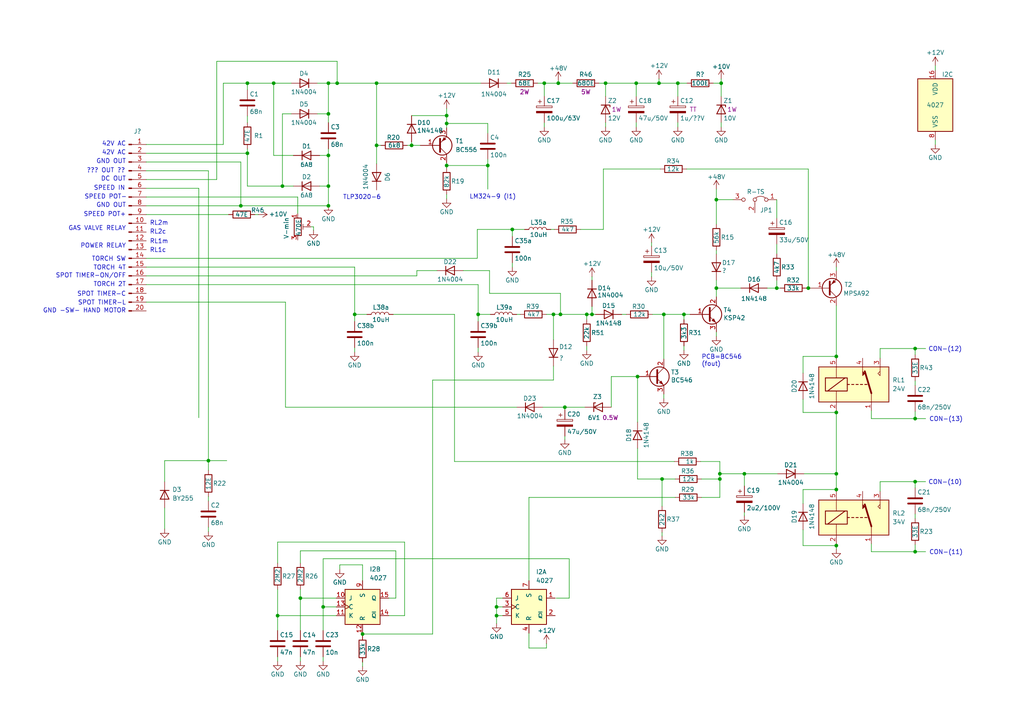
<source format=kicad_sch>
(kicad_sch (version 20211123) (generator eeschema)
  (paper "A4")
  (title_block (title "RE419 welding control board") (date "2025-09-28") (rev "D"))
  (lib_symbols
    (symbol "4xxx:4027" (pin_names (offset 1.016))
      (property "Reference" "U" (at -7.62 8.89 0))
      (property "Value" "4027" (at -7.62 -8.89 0))
      (symbol "4027_1_1"
        (pin output line (at 7.62 2.54 180) (length 2.54) (name "Q") (number "1"))
        (pin output line (at 7.62 -2.54 180) (length 2.54) (name "~{Q}") (number "2"))
        (pin input clock (at -7.62 0 0) (length 2.54) (name "C") (number "3"))
        (pin input line (at 0 -7.62 90) (length 2.54) (name "R") (number "4"))
        (pin input line (at -7.62 -2.54 0) (length 2.54) (name "K") (number "5"))
        (pin input line (at -7.62 2.54 0) (length 2.54) (name "J") (number "6"))
        (pin input line (at 0 7.62 270) (length 2.54) (name "S") (number "7"))
      )
      (symbol "4027_2_1"
        (pin input line (at -7.62 2.54 0) (length 2.54) (name "J") (number "10"))
        (pin input line (at -7.62 -2.54 0) (length 2.54) (name "K") (number "11"))
        (pin input line (at 0 -7.62 90) (length 2.54) (name "R") (number "12"))
        (pin input clock (at -7.62 0 0) (length 2.54) (name "C") (number "13"))
        (pin output line (at 7.62 -2.54 180) (length 2.54) (name "~{Q}") (number "14"))
        (pin output line (at 7.62 2.54 180) (length 2.54) (name "Q") (number "15"))
        (pin input line (at 0 7.62 270) (length 2.54) (name "S") (number "9"))
      )
      (symbol "4027_3_0"
        (pin power_in line (at 0 10.16 270) (length 2.54) (name "VDD") (number "16"))
        (pin power_in line (at 0 -10.16 90) (length 2.54) (name "VSS") (number "8"))
      )
    )
    (symbol "Connector:Conn_01x20_Male" (pin_names (offset 1.016) hide)
      (property "Reference" "J" (at 0 25.4 0))
      (property "Value" "Conn_01x20_Male" (at 0 -27.94 0))
      (symbol "Conn_01x20_Male_1_1"
        (pin passive line (at 5.08 22.86 180) (length 3.81) (name "Pin_1") (number "1"))
        (pin passive line (at 5.08 0 180) (length 3.81) (name "Pin_10") (number "10"))
        (pin passive line (at 5.08 -2.54 180) (length 3.81) (name "Pin_11") (number "11"))
        (pin passive line (at 5.08 -5.08 180) (length 3.81) (name "Pin_12") (number "12"))
        (pin passive line (at 5.08 -7.62 180) (length 3.81) (name "Pin_13") (number "13"))
        (pin passive line (at 5.08 -10.16 180) (length 3.81) (name "Pin_14") (number "14"))
        (pin passive line (at 5.08 -12.7 180) (length 3.81) (name "Pin_15") (number "15"))
        (pin passive line (at 5.08 -15.24 180) (length 3.81) (name "Pin_16") (number "16"))
        (pin passive line (at 5.08 -17.78 180) (length 3.81) (name "Pin_17") (number "17"))
        (pin passive line (at 5.08 -20.32 180) (length 3.81) (name "Pin_18") (number "18"))
        (pin passive line (at 5.08 -22.86 180) (length 3.81) (name "Pin_19") (number "19"))
        (pin passive line (at 5.08 20.32 180) (length 3.81) (name "Pin_2") (number "2"))
        (pin passive line (at 5.08 -25.4 180) (length 3.81) (name "Pin_20") (number "20"))
        (pin passive line (at 5.08 17.78 180) (length 3.81) (name "Pin_3") (number "3"))
        (pin passive line (at 5.08 15.24 180) (length 3.81) (name "Pin_4") (number "4"))
        (pin passive line (at 5.08 12.7 180) (length 3.81) (name "Pin_5") (number "5"))
        (pin passive line (at 5.08 10.16 180) (length 3.81) (name "Pin_6") (number "6"))
        (pin passive line (at 5.08 7.62 180) (length 3.81) (name "Pin_7") (number "7"))
        (pin passive line (at 5.08 5.08 180) (length 3.81) (name "Pin_8") (number "8"))
        (pin passive line (at 5.08 2.54 180) (length 3.81) (name "Pin_9") (number "9"))
      )
    )
    (symbol "Device:C" (pin_numbers hide) (pin_names (offset 0.254))
      (property "Reference" "C" (at 0.635 2.54 0))
      (property "Value" "C" (at 0.635 -2.54 0))
      (symbol "C_1_1"
        (pin passive line (at 0 3.81 270) (length 2.794) (name "~") (number "1"))
        (pin passive line (at 0 -3.81 90) (length 2.794) (name "~") (number "2"))
      )
    )
    (symbol "Device:C_Polarized" (pin_numbers hide) (pin_names (offset 0.254))
      (property "Reference" "C" (at 0.635 2.54 0))
      (property "Value" "C_Polarized" (at 0.635 -2.54 0))
      (symbol "C_Polarized_1_1"
        (pin passive line (at 0 3.81 270) (length 2.794) (name "~") (number "1"))
        (pin passive line (at 0 -3.81 90) (length 2.794) (name "~") (number "2"))
      )
    )
    (symbol "Device:D" (pin_numbers hide) (pin_names (offset 1.016) hide)
      (property "Reference" "D" (at 0 2.54 0))
      (property "Value" "D" (at 0 -2.54 0))
      (symbol "D_1_1"
        (pin passive line (at -3.81 0 0) (length 2.54) (name "K") (number "1"))
        (pin passive line (at 3.81 0 180) (length 2.54) (name "A") (number "2"))
      )
    )
    (symbol "Device:D_Zener" (pin_numbers hide) (pin_names (offset 1.016) hide)
      (property "Reference" "D" (at 0 2.54 0))
      (property "Value" "D_Zener" (at 0 -2.54 0))
      (symbol "D_Zener_1_1"
        (pin passive line (at -3.81 0 0) (length 2.54) (name "K") (number "1"))
        (pin passive line (at 3.81 0 180) (length 2.54) (name "A") (number "2"))
      )
    )
    (symbol "Device:L" (pin_numbers hide) (pin_names (offset 1.016) hide)
      (property "Reference" "L" (at -1.27 0 90))
      (property "Value" "L" (at 1.905 0 90))
      (symbol "L_1_1"
        (pin passive line (at 0 3.81 270) (length 1.27) (name "1") (number "1"))
        (pin passive line (at 0 -3.81 90) (length 1.27) (name "2") (number "2"))
      )
    )
    (symbol "Device:Q_NPN_BCE" (pin_names (offset 0) hide)
      (property "Reference" "Q" (at 5.08 1.27 0))
      (property "Value" "Q_NPN_BCE" (at 5.08 -1.27 0))
      (symbol "Q_NPN_BCE_1_1"
        (pin input line (at -5.08 0 0) (length 5.715) (name "B") (number "1"))
        (pin passive line (at 2.54 5.08 270) (length 2.54) (name "C") (number "2"))
        (pin passive line (at 2.54 -5.08 90) (length 2.54) (name "E") (number "3"))
      )
    )
    (symbol "Device:Q_PNP_BCE" (pin_names (offset 0) hide)
      (property "Reference" "Q" (at 5.08 1.27 0))
      (property "Value" "Q_PNP_BCE" (at 5.08 -1.27 0))
      (symbol "Q_PNP_BCE_1_1"
        (pin input line (at -5.08 0 0) (length 5.715) (name "B") (number "1"))
        (pin passive line (at 2.54 5.08 270) (length 2.54) (name "C") (number "2"))
        (pin passive line (at 2.54 -5.08 90) (length 2.54) (name "E") (number "3"))
      )
    )
    (symbol "Device:R" (pin_numbers hide) (pin_names (offset 0))
      (property "Reference" "R" (at 2.032 0 90))
      (property "Value" "R" (at 0 0 90))
      (symbol "R_1_1"
        (pin passive line (at 0 3.81 270) (length 1.27) (name "~") (number "1"))
        (pin passive line (at 0 -3.81 90) (length 1.27) (name "~") (number "2"))
      )
    )
    (symbol "Device:R_Potentiometer_Trim" (pin_names (offset 1.016) hide)
      (property "Reference" "RV" (at -4.445 0 90))
      (property "Value" "R_Potentiometer_Trim" (at -2.54 0 90))
      (symbol "R_Potentiometer_Trim_1_1"
        (pin passive line (at 0 3.81 270) (length 1.27) (name "1") (number "1"))
        (pin passive line (at 3.81 0 180) (length 1.27) (name "2") (number "2"))
        (pin passive line (at 0 -3.81 90) (length 1.27) (name "3") (number "3"))
      )
    )
    (symbol "Jumper:Jumper_3_Bridged12" (pin_names (offset 0) hide)
      (property "Reference" "JP" (at -2.54 -2.54 0))
      (property "Value" "Jumper_3_Bridged12" (at 0 2.794 0))
      (symbol "Jumper_3_Bridged12_1_1"
        (pin passive line (at -6.35 0 0) (length 2.54) (name "A") (number "1"))
        (pin passive line (at 0 -3.81 90) (length 2.54) (name "C") (number "2"))
        (pin passive line (at 6.35 0 180) (length 2.54) (name "B") (number "3"))
      )
    )
    (symbol "Relay:SANYOU_SRD_Form_C"
      (property "Reference" "K" (at 11.43 3.81 0))
      (property "Value" "SANYOU_SRD_Form_C" (at 11.43 1.27 0))
      (symbol "SANYOU_SRD_Form_C_1_1"
        (pin passive line (at 5.08 -7.62 90) (length 2.54) (name "~") (number "1"))
        (pin passive line (at -5.08 -7.62 90) (length 2.54) (name "~") (number "2"))
        (pin passive line (at 7.62 7.62 270) (length 2.54) (name "~") (number "3"))
        (pin passive line (at 2.54 7.62 270) (length 2.54) (name "~") (number "4"))
        (pin passive line (at -5.08 7.62 270) (length 2.54) (name "~") (number "5"))
      )
    )
    (symbol "power:+10V" (power) (pin_names (offset 0))
      (property "Value" "+10V" (at 0 3.556 0))
      (symbol "+10V_1_1"
        (pin power_in line (at 0 0 90) (length 0) hide (name "+10V") (number "1"))
      )
    )
    (symbol "power:+12V" (power) (pin_names (offset 0))
      (property "Value" "+12V" (at 0 3.556 0))
      (symbol "+12V_1_1"
        (pin power_in line (at 0 0 90) (length 0) hide (name "+12V") (number "1"))
      )
    )
    (symbol "power:+48V" (power) (pin_names (offset 0))
      (property "Value" "+48V" (at 0 3.556 0))
      (symbol "+48V_1_1"
        (pin power_in line (at 0 0 90) (length 0) hide (name "+48V") (number "1"))
      )
    )
    (symbol "power:GND" (power) (pin_names (offset 0))
      (property "Value" "GND" (at 0 -3.81 0))
      (symbol "GND_1_1"
        (pin power_in line (at 0 0 270) (length 0) hide (name "GND") (number "1"))
      )
    )
  )
  (junction (at 170.18 91.186))
  (junction (at 215.9 137.414))
  (junction (at 171.704 91.186))
  (junction (at 95.25 59.69))
  (junction (at 93.726 176.022))
  (junction (at 87.122 173.482))
  (junction (at 191.135 24.13))
  (junction (at 160.528 91.186))
  (junction (at 207.772 83.566))
  (junction (at 71.755 44.45))
  (junction (at 95.25 53.975))
  (junction (at 95.25 45.085))
  (junction (at 79.375 24.13))
  (junction (at 102.87 91.186))
  (junction (at 192.532 91.186))
  (junction (at 175.641 24.13))
  (junction (at 109.22 24.13))
  (junction (at 148.59 66.548))
  (junction (at 209.169 24.13))
  (junction (at 265.43 101.092))
  (junction (at 192.024 138.938))
  (junction (at 144.018 178.562))
  (junction (at 97.79 24.13))
  (junction (at 71.755 24.13))
  (junction (at 265.43 160.02))
  (junction (at 69.85 59.69))
  (junction (at 109.22 42.164))
  (junction (at 161.925 24.13))
  (junction (at 105.156 183.896))
  (junction (at 184.531 24.13))
  (junction (at 80.518 178.562))
  (junction (at 207.772 57.912))
  (junction (at 95.25 24.13))
  (junction (at 196.596 24.13))
  (junction (at 162.56 91.186))
  (junction (at 265.43 121.412))
  (junction (at 208.788 138.938))
  (junction (at 234.442 83.566))
  (junction (at 265.43 139.7))
  (junction (at 242.57 119.634))
  (junction (at 138.684 91.186))
  (junction (at 225.298 83.566))
  (junction (at 242.57 141.986))
  (junction (at 119.38 42.164))
  (junction (at 242.57 137.414))
  (junction (at 184.912 109.22))
  (junction (at 60.452 133.604))
  (junction (at 163.83 118.11))
  (junction (at 81.915 53.975))
  (junction (at 144.018 176.022))
  (junction (at 129.54 33.528))
  (junction (at 208.788 137.414))
  (junction (at 129.54 48.006))
  (junction (at 242.57 103.378))
  (junction (at 95.25 33.02))
  (junction (at 242.57 158.242))
  (junction (at 141.478 48.006))
  (junction (at 157.861 24.13))
  (junction (at 198.374 91.186))
  (junction (at 129.54 35.814))
  (wire (pts (xy 90.932 65.786) (xy 90.932 66.802)))
  (wire (pts (xy 87.122 173.482) (xy 87.122 182.88)))
  (wire (pts (xy 203.454 144.272) (xy 208.788 144.272)))
  (wire (pts (xy 207.772 57.912) (xy 212.598 57.912)))
  (wire (pts (xy 153.416 144.272) (xy 153.416 168.402)))
  (wire (pts (xy 98.552 163.83) (xy 98.552 165.1)))
  (wire (pts (xy 64.77 24.13) (xy 64.77 41.91)))
  (wire (pts (xy 207.772 57.912) (xy 207.772 65.024)))
  (wire (pts (xy 141.478 46.228) (xy 141.478 48.006)))
  (wire (pts (xy 87.122 159.766) (xy 87.122 163.322)))
  (wire (pts (xy 102.87 91.186) (xy 102.87 93.218)))
  (wire (pts (xy 119.38 33.528) (xy 129.54 33.528)))
  (wire (pts (xy 242.57 88.646) (xy 242.57 103.378)))
  (wire (pts (xy 160.528 106.172) (xy 160.528 110.236)))
  (wire (pts (xy 141.986 78.486) (xy 134.366 78.486)))
  (wire (pts (xy 242.57 77.47) (xy 242.57 78.486)))
  (wire (pts (xy 203.2 133.858) (xy 208.788 133.858)))
  (wire (pts (xy 265.43 110.49) (xy 265.43 111.76)))
  (wire (pts (xy 42.418 44.45) (xy 71.755 44.45)))
  (wire (pts (xy 232.918 115.824) (xy 232.918 119.634)))
  (wire (pts (xy 242.57 119.634) (xy 242.57 137.414)))
  (wire (pts (xy 184.912 109.22) (xy 177.292 109.22)))
  (wire (pts (xy 225.298 83.566) (xy 226.314 83.566)))
  (wire (pts (xy 157.861 24.13) (xy 161.925 24.13)))
  (wire (pts (xy 207.772 54.864) (xy 207.772 57.912)))
  (wire (pts (xy 129.54 47.244) (xy 129.54 48.006)))
  (wire (pts (xy 80.518 190.5) (xy 80.518 191.77)))
  (wire (pts (xy 109.22 42.164) (xy 110.49 42.164)))
  (wire (pts (xy 148.59 66.548) (xy 148.59 68.58)))
  (wire (pts (xy 114.808 159.766) (xy 87.122 159.766)))
  (wire (pts (xy 95.25 53.975) (xy 95.25 59.69)))
  (wire (pts (xy 265.43 119.38) (xy 265.43 121.412)))
  (wire (pts (xy 163.83 126.492) (xy 163.83 127.508)))
  (wire (pts (xy 158.496 91.186) (xy 160.528 91.186)))
  (wire (pts (xy 109.22 42.164) (xy 109.22 47.498)))
  (wire (pts (xy 79.375 24.13) (xy 79.375 45.085)))
  (wire (pts (xy 199.136 49.022) (xy 234.442 49.022)))
  (wire (pts (xy 95.25 33.02) (xy 92.075 33.02)))
  (wire (pts (xy 215.9 137.414) (xy 225.552 137.414)))
  (wire (pts (xy 242.57 119.126) (xy 242.57 119.634)))
  (wire (pts (xy 198.374 91.186) (xy 200.152 91.186)))
  (wire (pts (xy 144.018 178.562) (xy 145.796 178.562)))
  (wire (pts (xy 234.442 83.566) (xy 233.934 83.566)))
  (wire (pts (xy 109.22 24.13) (xy 139.446 24.13)))
  (wire (pts (xy 125.476 110.236) (xy 160.528 110.236)))
  (wire (pts (xy 80.518 170.942) (xy 80.518 178.562)))
  (wire (pts (xy 232.918 119.634) (xy 242.57 119.634)))
  (wire (pts (xy 196.596 35.56) (xy 196.596 36.83)))
  (wire (pts (xy 207.772 83.566) (xy 214.884 83.566)))
  (wire (pts (xy 71.755 44.45) (xy 71.755 53.975)))
  (wire (pts (xy 170.18 91.186) (xy 170.18 92.71)))
  (wire (pts (xy 208.788 138.938) (xy 208.788 144.272)))
  (wire (pts (xy 171.704 88.9) (xy 171.704 91.186)))
  (wire (pts (xy 209.169 22.86) (xy 209.169 24.13)))
  (wire (pts (xy 242.57 137.414) (xy 242.57 141.986)))
  (wire (pts (xy 93.726 162.052) (xy 93.726 176.022)))
  (wire (pts (xy 144.018 173.482) (xy 144.018 176.022)))
  (wire (pts (xy 71.755 43.18) (xy 71.755 44.45)))
  (wire (pts (xy 95.25 24.13) (xy 97.79 24.13)))
  (wire (pts (xy 225.298 81.28) (xy 225.298 83.566)))
  (wire (pts (xy 144.018 178.562) (xy 144.018 180.848)))
  (wire (pts (xy 207.772 72.644) (xy 207.772 73.66)))
  (wire (pts (xy 195.834 144.272) (xy 153.416 144.272)))
  (wire (pts (xy 232.918 153.67) (xy 232.918 158.242)))
  (wire (pts (xy 71.755 24.13) (xy 71.755 26.035)))
  (wire (pts (xy 42.418 46.99) (xy 69.85 46.99)))
  (wire (pts (xy 109.22 24.13) (xy 109.22 42.164)))
  (wire (pts (xy 232.918 141.986) (xy 242.57 141.986)))
  (wire (pts (xy 141.478 48.006) (xy 141.478 54.864)))
  (wire (pts (xy 60.452 49.53) (xy 60.452 133.604)))
  (wire (pts (xy 242.57 141.986) (xy 242.57 142.494)))
  (wire (pts (xy 191.516 49.022) (xy 175.006 49.022)))
  (wire (pts (xy 157.861 24.13) (xy 157.861 27.94)))
  (wire (pts (xy 131.826 133.858) (xy 195.58 133.858)))
  (wire (pts (xy 95.25 53.975) (xy 92.71 53.975)))
  (wire (pts (xy 234.442 49.022) (xy 234.442 83.566)))
  (wire (pts (xy 93.726 176.022) (xy 93.726 182.88)))
  (wire (pts (xy 163.83 118.11) (xy 169.672 118.11)))
  (wire (pts (xy 97.79 24.13) (xy 109.22 24.13)))
  (wire (pts (xy 153.416 183.642) (xy 153.416 187.96)))
  (wire (pts (xy 255.27 139.7) (xy 265.43 139.7)))
  (wire (pts (xy 42.418 54.61) (xy 57.658 54.61)))
  (wire (pts (xy 92.075 24.13) (xy 95.25 24.13)))
  (wire (pts (xy 171.704 91.186) (xy 172.72 91.186)))
  (wire (pts (xy 129.54 31.496) (xy 129.54 33.528)))
  (wire (pts (xy 198.374 91.186) (xy 198.374 92.71)))
  (wire (pts (xy 242.57 103.378) (xy 242.57 103.886)))
  (wire (pts (xy 105.156 183.896) (xy 105.156 184.404)))
  (wire (pts (xy 252.73 121.412) (xy 265.43 121.412)))
  (wire (pts (xy 102.87 77.47) (xy 102.87 91.186)))
  (wire (pts (xy 184.531 35.56) (xy 184.531 36.83)))
  (wire (pts (xy 196.596 24.13) (xy 196.596 27.94)))
  (wire (pts (xy 80.518 178.562) (xy 80.518 182.88)))
  (wire (pts (xy 90.17 65.786) (xy 90.932 65.786)))
  (wire (pts (xy 71.755 53.975) (xy 81.915 53.975)))
  (wire (pts (xy 129.54 48.006) (xy 129.54 48.768)))
  (wire (pts (xy 84.455 33.02) (xy 81.915 33.02)))
  (wire (pts (xy 42.418 77.47) (xy 102.87 77.47)))
  (wire (pts (xy 192.532 91.186) (xy 192.532 104.14)))
  (wire (pts (xy 60.452 133.604) (xy 60.452 136.398)))
  (wire (pts (xy 170.18 100.33) (xy 170.18 101.6)))
  (wire (pts (xy 165.1 162.052) (xy 93.726 162.052)))
  (wire (pts (xy 170.18 91.186) (xy 171.704 91.186)))
  (wire (pts (xy 158.496 187.96) (xy 158.496 186.69)))
  (wire (pts (xy 42.418 59.69) (xy 69.85 59.69)))
  (wire (pts (xy 114.808 173.482) (xy 114.808 159.766)))
  (wire (pts (xy 184.912 109.22) (xy 184.912 122.428)))
  (wire (pts (xy 162.56 91.186) (xy 162.56 85.09)))
  (wire (pts (xy 161.29 173.482) (xy 165.1 173.482)))
  (wire (pts (xy 120.904 78.486) (xy 126.746 78.486)))
  (wire (pts (xy 87.122 190.5) (xy 87.122 191.77)))
  (wire (pts (xy 73.914 62.23) (xy 74.93 62.23)))
  (wire (pts (xy 131.826 91.186) (xy 131.826 133.858)))
  (wire (pts (xy 165.1 173.482) (xy 165.1 162.052)))
  (wire (pts (xy 117.348 178.562) (xy 117.348 157.226)))
  (wire (pts (xy 93.726 176.022) (xy 97.536 176.022)))
  (wire (pts (xy 207.772 96.266) (xy 207.772 97.536)))
  (wire (pts (xy 162.56 85.09) (xy 141.986 85.09)))
  (wire (pts (xy 148.59 66.548) (xy 152.146 66.548)))
  (wire (pts (xy 60.452 133.604) (xy 65.786 133.604)))
  (wire (pts (xy 208.788 138.938) (xy 203.454 138.938)))
  (wire (pts (xy 147.066 24.13) (xy 148.336 24.13)))
  (wire (pts (xy 271.272 19.05) (xy 271.272 20.32)))
  (wire (pts (xy 129.54 33.528) (xy 129.54 35.814)))
  (wire (pts (xy 184.531 24.13) (xy 184.531 27.94)))
  (wire (pts (xy 175.006 49.022) (xy 175.006 66.548)))
  (wire (pts (xy 184.531 24.13) (xy 191.135 24.13)))
  (wire (pts (xy 265.43 149.098) (xy 265.43 150.368)))
  (wire (pts (xy 42.418 74.93) (xy 138.43 74.93)))
  (wire (pts (xy 159.766 66.548) (xy 160.782 66.548)))
  (wire (pts (xy 47.752 133.604) (xy 60.452 133.604)))
  (wire (pts (xy 138.684 91.186) (xy 138.684 93.218)))
  (wire (pts (xy 42.418 52.07) (xy 62.865 52.07)))
  (wire (pts (xy 105.156 168.402) (xy 105.156 163.83)))
  (wire (pts (xy 105.156 183.896) (xy 125.476 183.896)))
  (wire (pts (xy 138.43 74.93) (xy 138.43 66.548)))
  (wire (pts (xy 117.348 157.226) (xy 80.518 157.226)))
  (wire (pts (xy 232.918 103.378) (xy 242.57 103.378)))
  (wire (pts (xy 64.77 24.13) (xy 71.755 24.13)))
  (wire (pts (xy 192.024 154.432) (xy 192.024 155.448)))
  (wire (pts (xy 93.726 190.5) (xy 93.726 191.77)))
  (wire (pts (xy 265.43 139.7) (xy 268.478 139.7)))
  (wire (pts (xy 168.402 66.548) (xy 175.006 66.548)))
  (wire (pts (xy 208.788 137.414) (xy 208.788 138.938)))
  (wire (pts (xy 252.73 157.734) (xy 252.73 160.02)))
  (wire (pts (xy 242.57 157.734) (xy 242.57 158.242)))
  (wire (pts (xy 112.776 173.482) (xy 114.808 173.482)))
  (wire (pts (xy 138.684 100.838) (xy 138.684 102.108)))
  (wire (pts (xy 82.804 118.11) (xy 82.804 87.63)))
  (wire (pts (xy 161.925 23.368) (xy 161.925 24.13)))
  (wire (pts (xy 265.43 121.412) (xy 268.478 121.412)))
  (wire (pts (xy 188.976 70.358) (xy 188.976 71.374)))
  (wire (pts (xy 71.755 33.655) (xy 71.755 35.56)))
  (wire (pts (xy 81.915 53.975) (xy 85.09 53.975)))
  (wire (pts (xy 129.54 35.814) (xy 129.54 37.084)))
  (wire (pts (xy 180.34 91.186) (xy 181.61 91.186)))
  (wire (pts (xy 105.156 163.83) (xy 98.552 163.83)))
  (wire (pts (xy 95.25 45.085) (xy 95.25 53.975)))
  (wire (pts (xy 175.641 35.56) (xy 175.641 36.83)))
  (wire (pts (xy 192.024 138.938) (xy 192.024 146.812)))
  (wire (pts (xy 242.57 158.242) (xy 242.57 159.258)))
  (wire (pts (xy 163.83 118.11) (xy 163.83 118.872)))
  (wire (pts (xy 95.25 24.13) (xy 95.25 33.02)))
  (wire (pts (xy 173.736 24.13) (xy 175.641 24.13)))
  (wire (pts (xy 232.918 146.05) (xy 232.918 141.986)))
  (wire (pts (xy 157.861 35.56) (xy 157.861 36.83)))
  (wire (pts (xy 192.532 114.3) (xy 192.532 115.57)))
  (wire (pts (xy 81.915 33.02) (xy 81.915 53.975)))
  (wire (pts (xy 234.95 83.566) (xy 234.442 83.566)))
  (wire (pts (xy 95.25 33.02) (xy 95.25 35.56)))
  (wire (pts (xy 119.38 41.148) (xy 119.38 42.164)))
  (wire (pts (xy 171.704 80.264) (xy 171.704 81.28)))
  (wire (pts (xy 175.641 24.13) (xy 184.531 24.13)))
  (wire (pts (xy 138.43 66.548) (xy 148.59 66.548)))
  (wire (pts (xy 177.292 109.22) (xy 177.292 118.11)))
  (wire (pts (xy 192.532 91.186) (xy 198.374 91.186)))
  (wire (pts (xy 233.172 137.414) (xy 242.57 137.414)))
  (wire (pts (xy 62.865 17.78) (xy 97.79 17.78)))
  (wire (pts (xy 71.755 24.13) (xy 79.375 24.13)))
  (wire (pts (xy 47.752 133.604) (xy 47.752 139.7)))
  (wire (pts (xy 265.43 157.988) (xy 265.43 160.02)))
  (wire (pts (xy 255.27 101.092) (xy 265.43 101.092)))
  (wire (pts (xy 209.169 35.56) (xy 209.169 36.83)))
  (wire (pts (xy 87.122 170.942) (xy 87.122 173.482)))
  (wire (pts (xy 92.71 45.085) (xy 95.25 45.085)))
  (wire (pts (xy 215.9 137.414) (xy 215.9 140.97)))
  (wire (pts (xy 198.374 100.33) (xy 198.374 101.6)))
  (wire (pts (xy 144.018 176.022) (xy 145.796 176.022)))
  (wire (pts (xy 105.156 183.642) (xy 105.156 183.896)))
  (wire (pts (xy 144.018 176.022) (xy 144.018 178.562)))
  (wire (pts (xy 80.518 178.562) (xy 97.536 178.562)))
  (wire (pts (xy 141.478 35.814) (xy 141.478 38.608)))
  (wire (pts (xy 86.36 57.15) (xy 86.36 61.976)))
  (wire (pts (xy 206.883 24.13) (xy 209.169 24.13)))
  (wire (pts (xy 60.452 152.908) (xy 60.452 154.178)))
  (wire (pts (xy 82.804 118.11) (xy 149.86 118.11)))
  (wire (pts (xy 60.452 144.018) (xy 60.452 145.288)))
  (wire (pts (xy 191.135 22.86) (xy 191.135 24.13)))
  (wire (pts (xy 222.504 83.566) (xy 225.298 83.566)))
  (wire (pts (xy 265.43 139.7) (xy 265.43 141.478)))
  (wire (pts (xy 252.73 160.02) (xy 265.43 160.02)))
  (wire (pts (xy 118.11 42.164) (xy 119.38 42.164)))
  (wire (pts (xy 125.476 183.896) (xy 125.476 110.236)))
  (wire (pts (xy 208.788 133.858) (xy 208.788 137.414)))
  (wire (pts (xy 232.918 158.242) (xy 242.57 158.242)))
  (wire (pts (xy 57.658 54.61) (xy 57.658 121.158)))
  (wire (pts (xy 225.298 57.912) (xy 225.298 63.246)))
  (wire (pts (xy 42.418 57.15) (xy 86.36 57.15)))
  (wire (pts (xy 97.536 173.482) (xy 87.122 173.482)))
  (wire (pts (xy 145.796 173.482) (xy 144.018 173.482)))
  (wire (pts (xy 188.976 78.994) (xy 188.976 80.264)))
  (wire (pts (xy 80.518 157.226) (xy 80.518 163.322)))
  (wire (pts (xy 155.956 24.13) (xy 157.861 24.13)))
  (wire (pts (xy 42.418 62.23) (xy 66.294 62.23)))
  (wire (pts (xy 97.79 17.78) (xy 97.79 24.13)))
  (wire (pts (xy 95.25 59.69) (xy 69.85 59.69)))
  (wire (pts (xy 102.87 91.186) (xy 106.426 91.186)))
  (wire (pts (xy 129.54 56.388) (xy 129.54 57.658)))
  (wire (pts (xy 265.43 101.092) (xy 268.478 101.092)))
  (wire (pts (xy 112.776 178.562) (xy 117.348 178.562)))
  (wire (pts (xy 47.752 147.32) (xy 47.752 153.416)))
  (wire (pts (xy 82.804 87.63) (xy 42.418 87.63)))
  (wire (pts (xy 42.418 82.55) (xy 138.684 82.55)))
  (wire (pts (xy 189.23 91.186) (xy 192.532 91.186)))
  (wire (pts (xy 265.43 160.02) (xy 268.478 160.02)))
  (wire (pts (xy 207.772 81.28) (xy 207.772 83.566)))
  (wire (pts (xy 69.85 59.69) (xy 69.85 46.99)))
  (wire (pts (xy 120.904 78.486) (xy 120.904 80.01)))
  (wire (pts (xy 162.56 91.186) (xy 170.18 91.186)))
  (wire (pts (xy 157.48 118.11) (xy 163.83 118.11)))
  (wire (pts (xy 105.156 192.024) (xy 105.156 193.294)))
  (wire (pts (xy 207.772 83.566) (xy 207.772 86.106)))
  (wire (pts (xy 149.86 91.186) (xy 150.876 91.186)))
  (wire (pts (xy 196.596 24.13) (xy 199.263 24.13)))
  (wire (pts (xy 252.73 119.126) (xy 252.73 121.412)))
  (wire (pts (xy 255.27 142.494) (xy 255.27 139.7)))
  (wire (pts (xy 85.09 45.085) (xy 79.375 45.085)))
  (wire (pts (xy 265.43 101.092) (xy 265.43 102.87)))
  (wire (pts (xy 191.135 24.13) (xy 196.596 24.13)))
  (wire (pts (xy 119.38 42.164) (xy 121.92 42.164)))
  (wire (pts (xy 215.9 137.414) (xy 208.788 137.414)))
  (wire (pts (xy 141.986 85.09) (xy 141.986 78.486)))
  (wire (pts (xy 161.925 24.13) (xy 166.116 24.13)))
  (wire (pts (xy 129.54 48.006) (xy 141.478 48.006)))
  (wire (pts (xy 160.528 98.552) (xy 160.528 91.186)))
  (wire (pts (xy 215.9 148.59) (xy 215.9 149.606)))
  (wire (pts (xy 42.418 49.53) (xy 60.452 49.53)))
  (wire (pts (xy 209.169 24.13) (xy 209.169 27.94)))
  (wire (pts (xy 114.046 91.186) (xy 131.826 91.186)))
  (wire (pts (xy 184.912 138.938) (xy 192.024 138.938)))
  (wire (pts (xy 102.87 100.838) (xy 102.87 102.108)))
  (wire (pts (xy 42.418 80.01) (xy 120.904 80.01)))
  (wire (pts (xy 271.272 40.64) (xy 271.272 41.91)))
  (wire (pts (xy 42.418 41.91) (xy 64.77 41.91)))
  (wire (pts (xy 225.298 70.866) (xy 225.298 73.66)))
  (wire (pts (xy 175.641 24.13) (xy 175.641 27.94)))
  (wire (pts (xy 232.918 108.204) (xy 232.918 103.378)))
  (wire (pts (xy 148.59 76.2) (xy 148.59 77.47)))
  (wire (pts (xy 160.528 91.186) (xy 162.56 91.186)))
  (wire (pts (xy 138.684 82.55) (xy 138.684 91.186)))
  (wire (pts (xy 153.416 187.96) (xy 158.496 187.96)))
  (wire (pts (xy 141.478 35.814) (xy 129.54 35.814)))
  (wire (pts (xy 255.27 103.886) (xy 255.27 101.092)))
  (wire (pts (xy 84.455 24.13) (xy 79.375 24.13)))
  (wire (pts (xy 95.25 43.18) (xy 95.25 45.085)))
  (wire (pts (xy 62.865 52.07) (xy 62.865 17.78)))
  (wire (pts (xy 184.912 130.048) (xy 184.912 138.938)))
  (wire (pts (xy 138.684 91.186) (xy 142.24 91.186)))
  (wire (pts (xy 195.834 138.938) (xy 192.024 138.938)))
  (text "SPEED POT-" (at 36.83 57.912 180) (effects (font (size 1.27 1.27)) (justify right bottom)))
  (text "CON-(13)" (at 269.494 122.428 0) (effects (font (size 1.27 1.27)) (justify left bottom)))
  (text "TORCH SW" (at 36.576 75.946 180) (effects (font (size 1.27 1.27)) (justify right bottom)))
  (text "TORCH 2T" (at 36.576 83.312 180) (effects (font (size 1.27 1.27)) (justify right bottom)))
  (text "GND -SW- HAND MOTOR" (at 36.576 90.932 180) (effects (font (size 1.27 1.27)) (justify right bottom)))
  (text "SPOT TIMER-C" (at 36.576 86.106 180) (effects (font (size 1.27 1.27)) (justify right bottom)))
  (text "SPEED IN" (at 36.322 55.372 180) (effects (font (size 1.27 1.27)) (justify right bottom)))
  (text "DC OUT" (at 36.576 52.705 180) (effects (font (size 1.27 1.27)) (justify right bottom)))
  (text "SPOT TIMER-ON/OFF" (at 36.576 80.772 180) (effects (font (size 1.27 1.27)) (justify right bottom)))
  (text "POWER RELAY" (at 36.576 72.136 180) (effects (font (size 1.27 1.27)) (justify right bottom)))
  (text "SPEED POT+" (at 36.576 62.992 180) (effects (font (size 1.27 1.27)) (justify right bottom)))
  (text "PCB=BC546\n(fout)" (at 203.454 106.426 0) (effects (font (size 1.27 1.27)) (justify left bottom)))
  (text "RL2c" (at 43.434 68.072 0) (effects (font (size 1.27 1.27)) (justify left bottom)))
  (text "SPOT TIMER-L" (at 36.576 88.646 180) (effects (font (size 1.27 1.27)) (justify right bottom)))
  (text "CON-(10)" (at 269.24 140.716 0) (effects (font (size 1.27 1.27)) (justify left bottom)))
  (text "TLP3020-6" (at 99.441 58.039 0) (effects (font (size 1.27 1.27)) (justify left bottom)))
  (text "GND OUT" (at 36.576 60.325 180) (effects (font (size 1.27 1.27)) (justify right bottom)))
  (text "TORCH 4T" (at 36.576 78.486 180) (effects (font (size 1.27 1.27)) (justify right bottom)))
  (text "RL1m" (at 43.434 70.866 0) (effects (font (size 1.27 1.27)) (justify left bottom)))
  (text "42V AC" (at 36.576 45.085 180) (effects (font (size 1.27 1.27)) (justify right bottom)))
  (text "LM324-9 (I1)" (at 136.144 57.912 0) (effects (font (size 1.27 1.27)) (justify left bottom)))
  (text "GND OUT" (at 36.576 47.625 180) (effects (font (size 1.27 1.27)) (justify right bottom)))
  (text "??? OUT ??" (at 36.322 50.292 180) (effects (font (size 1.27 1.27)) (justify right bottom)))
  (text "RL2m" (at 43.434 65.532 0) (effects (font (size 1.27 1.27)) (justify left bottom)))
  (text "42V AC" (at 36.576 42.545 180) (effects (font (size 1.27 1.27)) (justify right bottom)))
  (text "CON-(11)" (at 269.494 161.036 0) (effects (font (size 1.27 1.27)) (justify left bottom)))
  (text "CON-(12)" (at 269.24 102.108 0) (effects (font (size 1.27 1.27)) (justify left bottom)))
  (text "RL1c" (at 43.434 73.406 0) (effects (font (size 1.27 1.27)) (justify left bottom)))
  (text "GAS VALVE RELAY" (at 36.576 67.056 180) (effects (font (size 1.27 1.27)) (justify right bottom)))
  (symbol (lib_id "Device:D_Zener") (at 173.482 118.11 0) (unit 1)
    (property "Reference" "Z3" (at 171.958 115.062 0) (effects (justify left)))
    (property "Value" "6V1" (at 170.434 121.158 0) (effects (justify left)))
    (property "P" "0.5W" (at 177.038 121.158 0))
  )
  (symbol (lib_id "Device:R") (at 70.104 62.23 90) (unit 1)
    (property "Reference" "R46" (at 76.708 60.96 90) (effects (justify left)))
    (property "Value" "47E" (at 72.009 62.23 90) (effects (justify left)))
  )
  (symbol (lib_id "Device:R") (at 265.43 154.178 0) (unit 1)
    (property "Reference" "R23" (at 266.7 154.178 0) (effects (justify left)))
    (property "Value" "33E" (at 265.43 156.083 90) (effects (justify left)))
  )
  (symbol (lib_id "power:+48V") (at 242.57 77.47 0) (unit 1)
    (property "Reference" "#PWR?" (effects hide))
    (property "Value" "+48V" (at 242.57 73.914 0))
  )
  (symbol (lib_id "power:+48V") (at 207.772 54.864 0) (unit 1)
    (property "Reference" "#PWR?" (effects hide))
    (property "Value" "+48V" (at 207.772 51.308 0))
  )
  (symbol (lib_id "Device:L") (at 155.956 66.548 90) (unit 1)
    (property "Reference" "L35a" (at 156.21 64.516 90))
    (property "Value" "10uH" (at 156.21 68.072 90))
  )
  (symbol (lib_id "Device:R") (at 265.43 106.68 0) (unit 1)
    (property "Reference" "R43" (at 266.7 106.68 0) (effects (justify left)))
    (property "Value" "33E" (at 265.43 108.585 90) (effects (justify left)))
  )
  (symbol (lib_id "Device:R") (at 105.156 188.214 0) (unit 1)
    (property "Reference" "R28" (at 106.426 188.214 0) (effects (justify left)))
    (property "Value" "33k" (at 105.156 190.119 90) (effects (justify left)))
  )
  (symbol (lib_id "Device:D") (at 153.67 118.11 0) (unit 1)
    (property "Reference" "D23" (at 153.67 115.57 0))
    (property "Value" "1N4004" (at 153.67 120.65 0))
  )
  (symbol (lib_id "Device:R") (at 154.686 91.186 90) (unit 1)
    (property "Reference" "R39" (at 156.464 88.9 90) (effects (justify left)))
    (property "Value" "4k7" (at 156.591 91.186 90) (effects (justify left)))
  )
  (symbol (lib_id "power:GND") (at 196.596 36.83 0) (unit 1)
    (property "Reference" "#PWR?" (effects hide))
    (property "Value" "GND" (at 196.596 40.64 0))
  )
  (symbol (lib_id "Device:D") (at 88.265 24.13 0) (mirror y) (unit 1)
    (property "Reference" "D4" (at 88.138 21.336 0))
    (property "Value" "1N4004" (at 88.138 26.67 0))
  )
  (symbol (lib_id "Device:D") (at 184.912 126.238 90) (mirror x) (unit 1)
    (property "Reference" "D18" (at 182.372 126.238 0))
    (property "Value" "1N4148" (at 187.452 126.238 0))
  )
  (symbol (lib_id "power:GND") (at 209.169 36.83 0) (unit 1)
    (property "Reference" "#PWR?" (effects hide))
    (property "Value" "GND" (at 209.169 40.64 0))
  )
  (symbol (lib_id "power:GND") (at 60.452 154.178 0) (unit 1)
    (property "Reference" "#PWR?" (effects hide))
    (property "Value" "GND" (at 60.452 157.988 0))
  )
  (symbol (lib_id "power:GND") (at 95.25 59.69 0) (unit 1)
    (property "Reference" "#PWR?" (effects hide))
    (property "Value" "GND" (at 95.25 63.5 0))
  )
  (symbol (lib_id "power:+12V") (at 191.135 22.86 0) (unit 1)
    (property "Reference" "#PWR?" (effects hide))
    (property "Value" "+12V" (at 191.135 19.05 0))
  )
  (symbol (lib_id "Device:R") (at 129.54 52.578 0) (unit 1)
    (property "Reference" "R19" (at 130.81 52.578 0) (effects (justify left)))
    (property "Value" "82k" (at 129.54 54.483 90) (effects (justify left)))
  )
  (symbol (lib_id "Device:L") (at 110.236 91.186 90) (unit 1)
    (property "Reference" "L38a" (at 110.49 89.154 90))
    (property "Value" "10uH" (at 110.49 92.71 90))
  )
  (symbol (lib_id "Device:R") (at 114.3 42.164 90) (unit 1)
    (property "Reference" "R20" (at 116.078 39.878 90) (effects (justify left)))
    (property "Value" "6k8" (at 116.205 42.164 90) (effects (justify left)))
  )
  (symbol (lib_id "Device:C") (at 80.518 186.69 0) (unit 1)
    (property "Reference" "C15" (at 81.153 184.15 0) (effects (justify left)))
    (property "Value" "47n" (at 81.153 189.23 0) (effects (justify left)))
  )
  (symbol (lib_id "Device:C_Polarized") (at 184.531 31.75 0) (unit 1)
    (property "Reference" "C18" (at 185.166 29.21 0) (effects (justify left)))
    (property "Value" "47u/50V" (at 185.166 34.29 0) (effects (justify left)))
  )
  (symbol (lib_id "Device:R") (at 164.592 66.548 90) (unit 1)
    (property "Reference" "R35" (at 166.37 64.262 90) (effects (justify left)))
    (property "Value" "4k7" (at 166.497 66.548 90) (effects (justify left)))
  )
  (symbol (lib_id "Device:Q_NPN_BCE") (at 189.992 109.22 0) (unit 1)
    (property "Reference" "T3" (at 194.564 107.95 0) (effects (justify left)))
    (property "Value" "BC546" (at 194.564 110.236 0) (effects (justify left)))
  )
  (symbol (lib_id "power:GND") (at 170.18 101.6 0) (unit 1)
    (property "Reference" "#PWR?" (effects hide))
    (property "Value" "GND" (at 170.18 105.41 0))
  )
  (symbol (lib_id "Device:C_Polarized") (at 215.9 144.78 0) (unit 1)
    (property "Reference" "C19" (at 216.535 142.24 0) (effects (justify left)))
    (property "Value" "2u2/100V" (at 216.535 147.32 0) (effects (justify left)))
  )
  (symbol (lib_id "Device:D") (at 207.772 77.47 90) (unit 1)
    (property "Reference" "D17" (at 211.328 76.2 90))
    (property "Value" "?" (at 210.058 78.486 90))
  )
  (symbol (lib_id "Device:R") (at 192.024 150.622 0) (unit 1)
    (property "Reference" "R37" (at 193.294 150.622 0) (effects (justify left)))
    (property "Value" "2k2" (at 192.024 152.527 90) (effects (justify left)))
  )
  (symbol (lib_id "Device:Q_PNP_BCE") (at 127 42.164 0) (mirror x) (unit 1)
    (property "Reference" "T1" (at 132.08 40.8939 0) (effects (justify left)))
    (property "Value" "BC556" (at 132.08 43.4339 0) (effects (justify left)))
  )
  (symbol (lib_id "Device:R") (at 198.374 96.52 0) (unit 1)
    (property "Reference" "R31" (at 199.644 96.52 0) (effects (justify left)))
    (property "Value" "3k3" (at 198.374 98.425 90) (effects (justify left)))
  )
  (symbol (lib_id "Device:R") (at 207.772 68.834 0) (unit 1)
    (property "Reference" "R15" (at 209.042 68.834 0) (effects (justify left)))
    (property "Value" "56k" (at 207.772 70.739 90) (effects (justify left)))
  )
  (symbol (lib_id "Device:C_Polarized") (at 196.596 31.75 0) (unit 1)
    (property "Reference" "C12" (at 197.231 29.21 0) (effects (justify left)))
    (property "Value" "1u/??V" (at 197.231 34.29 0) (effects (justify left)))
    (property "Dielectric" "TT" (at 201.041 31.75 0))
  )
  (symbol (lib_id "Device:R") (at 185.42 91.186 90) (unit 1)
    (property "Reference" "R30" (at 187.198 88.9 90) (effects (justify left)))
    (property "Value" "12k" (at 187.325 91.186 90) (effects (justify left)))
  )
  (symbol (lib_id "Device:R") (at 60.452 140.208 0) (unit 1)
    (property "Reference" "R22" (at 61.722 140.208 0) (effects (justify left)))
    (property "Value" "12E" (at 60.452 142.113 90) (effects (justify left)))
  )
  (symbol (lib_id "Device:C") (at 71.755 29.845 0) (unit 1)
    (property "Reference" "C1" (at 72.39 27.305 0) (effects (justify left)))
    (property "Value" "68n" (at 72.39 32.385 0) (effects (justify left)))
  )
  (symbol (lib_id "Device:D") (at 47.752 143.51 90) (mirror x) (unit 1)
    (property "Reference" "D3" (at 51.308 141.986 90))
    (property "Value" "BY255" (at 53.086 144.526 90))
  )
  (symbol (lib_id "Device:D") (at 88.265 33.02 0) (mirror y) (unit 1)
    (property "Reference" "D5" (at 88.138 30.226 0))
    (property "Value" "1N4004" (at 88.138 35.56 0))
  )
  (symbol (lib_id "Device:D") (at 130.556 78.486 0) (unit 1)
    (property "Reference" "D22" (at 130.556 75.946 0))
    (property "Value" "1N4004" (at 130.556 81.026 0))
  )
  (symbol (lib_id "power:GND") (at 157.861 36.83 0) (unit 1)
    (property "Reference" "#PWR?" (effects hide))
    (property "Value" "GND" (at 157.861 40.64 0))
  )
  (symbol (lib_id "Relay:SANYOU_SRD_Form_C") (at 247.65 150.114 0) (unit 1)
    (property "Reference" "RL2" (at 258.826 148.8439 0) (effects (justify left)))
    (property "Value" "34V" (at 258.826 151.3839 0) (effects (justify left)))
    (property "Footprint" "Relay_THT:Relay_SPDT_SANYOU_SRD_Series_Form_C" (effects hide))
    (property "Datasheet" "http://www.sanyourelay.ca/public/products/pdf/SRD.pdf" (effects hide))
  )
  (symbol (lib_id "power:GND") (at 93.726 191.77 0) (unit 1)
    (property "Reference" "#PWR?" (effects hide))
    (property "Value" "GND" (at 93.726 195.58 0))
  )
  (symbol (lib_id "power:GND") (at 242.57 159.258 0) (unit 1)
    (property "Reference" "#PWR?" (effects hide))
    (property "Value" "GND" (at 242.57 163.068 0))
  )
  (symbol (lib_id "power:GND") (at 207.772 97.536 0) (unit 1)
    (property "Reference" "#PWR?" (effects hide))
    (property "Value" "GND" (at 207.772 101.346 0))
  )
  (symbol (lib_id "Device:L") (at 146.05 91.186 90) (unit 1)
    (property "Reference" "L39a" (at 146.304 89.154 90))
    (property "Value" "10uH" (at 146.304 92.71 90))
  )
  (symbol (lib_id "Device:R") (at 195.326 49.022 270) (unit 1)
    (property "Reference" "R34" (at 193.294 46.736 90) (effects (justify left)))
    (property "Value" "12k" (at 193.421 49.022 90) (effects (justify left)))
  )
  (symbol (lib_id "Device:D_Zener") (at 175.641 31.75 270) (unit 1)
    (property "Reference" "Z2" (at 176.276 29.21 90) (effects (justify left)))
    (property "Value" "12V" (at 176.276 34.29 90) (effects (justify left)))
    (property "P" "1W" (at 178.816 31.75 90))
  )
  (symbol (lib_id "Device:C") (at 87.122 186.69 0) (unit 1)
    (property "Reference" "C14" (at 87.757 184.15 0) (effects (justify left)))
    (property "Value" "47n" (at 87.757 189.23 0) (effects (justify left)))
  )
  (symbol (lib_id "power:GND") (at 175.641 36.83 0) (unit 1)
    (property "Reference" "#PWR?" (effects hide))
    (property "Value" "GND" (at 175.641 40.64 0))
  )
  (symbol (lib_id "Device:C") (at 148.59 72.39 0) (unit 1)
    (property "Reference" "C35a" (at 149.225 69.85 0) (effects (justify left)))
    (property "Value" "100n" (at 149.225 74.93 0) (effects (justify left)))
  )
  (symbol (lib_id "power:GND") (at 90.932 66.802 0) (unit 1)
    (property "Reference" "#PWR?" (effects hide))
    (property "Value" "GND" (at 90.932 70.612 0))
  )
  (symbol (lib_id "power:GND") (at 188.976 80.264 0) (unit 1)
    (property "Reference" "#PWR?" (effects hide))
    (property "Value" "GND" (at 188.976 84.074 0))
  )
  (symbol (lib_id "Device:D") (at 218.694 83.566 0) (unit 1)
    (property "Reference" "D16" (at 218.694 81.026 0))
    (property "Value" "1N4148" (at 218.694 86.614 0))
  )
  (symbol (lib_id "Device:C") (at 93.726 186.69 0) (unit 1)
    (property "Reference" "C23" (at 94.361 184.15 0) (effects (justify left)))
    (property "Value" "10n" (at 94.361 189.23 0) (effects (justify left)))
  )
  (symbol (lib_id "Device:R") (at 80.518 167.132 0) (unit 1)
    (property "Reference" "R27" (at 81.788 167.132 0) (effects (justify left)))
    (property "Value" "2M2" (at 80.518 169.037 90) (effects (justify left)))
  )
  (symbol (lib_id "Device:C_Polarized") (at 163.83 122.682 0) (unit 1)
    (property "Reference" "C20" (at 164.465 120.142 0) (effects (justify left)))
    (property "Value" "47u/50V" (at 164.465 125.222 0) (effects (justify left)))
  )
  (symbol (lib_id "power:+12V") (at 188.976 70.358 0) (unit 1)
    (property "Reference" "#PWR?" (effects hide))
    (property "Value" "+12V" (at 188.976 66.548 0))
  )
  (symbol (lib_id "Device:C") (at 102.87 97.028 0) (unit 1)
    (property "Reference" "C38b" (at 103.505 94.488 0) (effects (justify left)))
    (property "Value" "100n" (at 103.505 99.568 0) (effects (justify left)))
  )
  (symbol (lib_id "Device:R") (at 199.39 133.858 90) (unit 1)
    (property "Reference" "R38" (at 201.168 131.572 90) (effects (justify left)))
    (property "Value" "1k" (at 201.295 133.858 90) (effects (justify left)))
  )
  (symbol (lib_id "Device:D") (at 109.22 51.308 270) (mirror x) (unit 1)
    (property "Reference" "D6" (at 112.395 51.308 0))
    (property "Value" "1N4004" (at 106.045 51.308 0))
  )
  (symbol (lib_id "Device:R_Potentiometer_Trim") (at 86.36 65.786 0) (unit 1)
    (property "Reference" "V-min" (at 83.058 62.992 90) (effects (justify right)))
    (property "Value" "470E" (at 86.614 63.5 90) (effects (justify right)))
  )
  (symbol (lib_id "4xxx:4027") (at 105.156 176.022 0) (unit 2)
    (property "Reference" "I2" (at 107.1754 165.1 0) (effects (justify left)))
    (property "Value" "4027" (at 107.1754 167.64 0) (effects (justify left)))
    (property "Datasheet" "http://www.intersil.com/content/dam/Intersil/documents/cd40/cd4027bms.pdf" (effects hide))
  )
  (symbol (lib_id "Device:R") (at 199.644 138.938 90) (unit 1)
    (property "Reference" "R36" (at 201.422 136.652 90) (effects (justify left)))
    (property "Value" "12k" (at 201.549 138.938 90) (effects (justify left)))
  )
  (symbol (lib_id "Device:R") (at 170.18 96.52 0) (unit 1)
    (property "Reference" "R51" (at 171.45 96.52 0) (effects (justify left)))
    (property "Value" "22k" (at 170.18 98.425 90) (effects (justify left)))
  )
  (symbol (lib_id "Device:D") (at 143.256 24.13 0) (mirror y) (unit 1)
    (property "Reference" "D11" (at 143.256 20.955 0))
    (property "Value" "1N4004" (at 143.256 27.305 0))
  )
  (symbol (lib_id "Device:R") (at 71.755 39.37 0) (unit 1)
    (property "Reference" "R1" (at 73.66 39.37 0) (effects (justify left)))
    (property "Value" "47E" (at 71.755 41.275 90) (effects (justify left)))
  )
  (symbol (lib_id "Device:D") (at 88.9 53.975 0) (unit 1)
    (property "Reference" "D2" (at 88.9 51.308 0))
    (property "Value" "6A8" (at 88.9 56.642 0))
  )
  (symbol (lib_id "power:+12V") (at 129.54 31.496 0) (unit 1)
    (property "Reference" "#PWR?" (effects hide))
    (property "Value" "+12V" (at 129.54 27.686 0))
  )
  (symbol (lib_id "power:GND") (at 192.532 115.57 0) (unit 1)
    (property "Reference" "#PWR?" (effects hide))
    (property "Value" "GND" (at 192.532 119.38 0))
  )
  (symbol (lib_id "Device:Q_PNP_BCE") (at 240.03 83.566 0) (mirror x) (unit 1)
    (property "Reference" "T2" (at 244.856 82.55 0) (effects (justify left)))
    (property "Value" "MPSA92" (at 244.602 85.09 0) (effects (justify left)))
  )
  (symbol (lib_id "power:GND") (at 198.374 101.6 0) (unit 1)
    (property "Reference" "#PWR?" (effects hide))
    (property "Value" "GND" (at 198.374 105.41 0))
  )
  (symbol (lib_id "Device:C") (at 141.478 42.418 0) (unit 1)
    (property "Reference" "C4" (at 142.113 39.878 0) (effects (justify left)))
    (property "Value" "100n" (at 142.113 44.958 0) (effects (justify left)))
  )
  (symbol (lib_id "power:GND") (at 192.024 155.448 0) (unit 1)
    (property "Reference" "#PWR?" (effects hide))
    (property "Value" "GND" (at 192.024 159.258 0))
  )
  (symbol (lib_id "Device:C") (at 60.452 149.098 0) (unit 1)
    (property "Reference" "C2" (at 61.087 146.558 0) (effects (justify left)))
    (property "Value" "68n" (at 61.087 151.638 0) (effects (justify left)))
  )
  (symbol (lib_id "power:GND") (at 102.87 102.108 0) (unit 1)
    (property "Reference" "#PWR?" (effects hide))
    (property "Value" "GND" (at 102.87 105.918 0))
  )
  (symbol (lib_id "power:GND") (at 138.684 102.108 0) (unit 1)
    (property "Reference" "#PWR?" (effects hide))
    (property "Value" "GND" (at 138.684 105.918 0))
  )
  (symbol (lib_id "Device:D") (at 171.704 85.09 90) (mirror x) (unit 1)
    (property "Reference" "D14" (at 175.26 83.566 90))
    (property "Value" "1N4004" (at 177.038 85.598 90))
  )
  (symbol (lib_id "Device:C") (at 138.684 97.028 0) (unit 1)
    (property "Reference" "C39b" (at 139.319 94.488 0) (effects (justify left)))
    (property "Value" "100n" (at 139.319 99.568 0) (effects (justify left)))
  )
  (symbol (lib_id "4xxx:4027") (at 271.272 30.48 0) (unit 3)
    (property "Reference" "I2" (at 273.177 21.59 0) (effects (justify left)))
    (property "Value" "4027" (at 268.732 30.48 0) (effects (justify left)))
    (property "Datasheet" "http://www.intersil.com/content/dam/Intersil/documents/cd40/cd4027bms.pdf" (effects hide))
  )
  (symbol (lib_id "power:GND") (at 80.518 191.77 0) (unit 1)
    (property "Reference" "#PWR?" (effects hide))
    (property "Value" "GND" (at 80.518 195.58 0))
  )
  (symbol (lib_id "power:+10V") (at 74.93 62.23 270) (unit 1)
    (property "Reference" "#PWR?" (effects hide))
    (property "Value" "+10V" (at 80.645 62.103 90))
  )
  (symbol (lib_id "Device:D_Zener") (at 209.169 31.75 270) (unit 1)
    (property "Reference" "Z1" (at 209.804 29.21 90) (effects (justify left)))
    (property "Value" "10V" (at 209.804 34.29 90) (effects (justify left)))
    (property "P" "1W" (at 212.344 31.75 90))
  )
  (symbol (lib_id "Device:C") (at 95.25 39.37 0) (unit 1)
    (property "Reference" "C3" (at 95.885 36.83 0) (effects (justify left)))
    (property "Value" "68n" (at 95.885 41.91 0) (effects (justify left)))
  )
  (symbol (lib_id "Jumper:Jumper_3_Bridged12") (at 218.948 57.912 0) (mirror y) (unit 1)
    (property "Reference" "JP1" (at 222.25 60.96 0))
    (property "Value" "R-TS" (at 219.202 55.626 0))
  )
  (symbol (lib_id "Device:D") (at 119.38 37.338 270) (unit 1)
    (property "Reference" "D10" (at 122.936 35.56 90))
    (property "Value" "1N4148" (at 124.714 37.846 90))
  )
  (symbol (lib_id "Device:D") (at 160.528 102.362 90) (unit 1)
    (property "Reference" "D12" (at 164.084 100.584 90))
    (property "Value" "?" (at 162.814 103.886 90))
  )
  (symbol (lib_id "Device:C") (at 265.43 145.288 0) (unit 1)
    (property "Reference" "C21" (at 266.065 142.748 0) (effects (justify left)))
    (property "Value" "68n/250V" (at 266.065 147.828 0) (effects (justify left)))
  )
  (symbol (lib_id "Device:R") (at 152.146 24.13 90) (unit 1)
    (property "Reference" "R25" (at 152.146 21.59 90))
    (property "Value" "68E" (at 152.146 24.13 90))
    (property "P" "2W" (at 152.146 26.67 90))
  )
  (symbol (lib_id "Device:C_Polarized") (at 225.298 67.056 0) (unit 1)
    (property "Reference" "C16" (at 225.933 64.516 0) (effects (justify left)))
    (property "Value" "33u/50V" (at 225.933 69.596 0) (effects (justify left)))
  )
  (symbol (lib_id "Device:D") (at 232.918 149.86 90) (mirror x) (unit 1)
    (property "Reference" "D19" (at 230.378 149.86 0))
    (property "Value" "1N4148" (at 235.458 149.86 0))
  )
  (symbol (lib_id "Device:Q_NPN_BCE") (at 205.232 91.186 0) (unit 1)
    (property "Reference" "T4" (at 209.804 89.916 0) (effects (justify left)))
    (property "Value" "KSP42" (at 209.804 92.202 0) (effects (justify left)))
  )
  (symbol (lib_id "Device:C_Polarized") (at 188.976 75.184 0) (unit 1)
    (property "Reference" "C13" (at 189.611 72.644 0) (effects (justify left)))
    (property "Value" "10u/50V" (at 189.611 77.724 0) (effects (justify left)))
  )
  (symbol (lib_id "power:GND") (at 148.59 77.47 0) (unit 1)
    (property "Reference" "#PWR?" (effects hide))
    (property "Value" "GND" (at 148.59 81.28 0))
  )
  (symbol (lib_id "Device:D") (at 88.9 45.085 0) (unit 1)
    (property "Reference" "D1" (at 88.9 42.418 0))
    (property "Value" "6A8" (at 88.9 47.752 0))
  )
  (symbol (lib_id "Device:R") (at 203.073 24.13 90) (unit 1)
    (property "Reference" "R?" (at 203.073 21.59 90))
    (property "Value" "100E" (at 203.073 24.13 90))
  )
  (symbol (lib_id "Relay:SANYOU_SRD_Form_C") (at 247.65 111.506 0) (unit 1)
    (property "Reference" "RL1" (at 258.826 110.2359 0) (effects (justify left)))
    (property "Value" "24V" (at 258.826 112.7759 0) (effects (justify left)))
    (property "Footprint" "Relay_THT:Relay_SPDT_SANYOU_SRD_Series_Form_C" (effects hide))
    (property "Datasheet" "http://www.sanyourelay.ca/public/products/pdf/SRD.pdf" (effects hide))
  )
  (symbol (lib_id "power:GND") (at 184.531 36.83 0) (unit 1)
    (property "Reference" "#PWR?" (effects hide))
    (property "Value" "GND" (at 184.531 40.64 0))
  )
  (symbol (lib_id "Device:R") (at 169.926 24.13 90) (unit 1)
    (property "Reference" "R46" (at 169.926 21.59 90))
    (property "Value" "680E" (at 169.926 24.13 90))
    (property "P" "5W" (at 169.926 26.67 90))
  )
  (symbol (lib_id "power:GND") (at 87.122 191.77 0) (unit 1)
    (property "Reference" "#PWR?" (effects hide))
    (property "Value" "GND" (at 87.122 195.58 0))
  )
  (symbol (lib_id "Device:R") (at 199.644 144.272 90) (unit 1)
    (property "Reference" "R29" (at 201.422 141.986 90) (effects (justify left)))
    (property "Value" "33k" (at 201.549 144.272 90) (effects (justify left)))
  )
  (symbol (lib_id "Device:D") (at 229.362 137.414 0) (mirror y) (unit 1)
    (property "Reference" "D21" (at 229.362 134.874 0))
    (property "Value" "1N4004" (at 229.362 139.954 0))
  )
  (symbol (lib_id "Device:C_Polarized") (at 157.861 31.75 0) (unit 1)
    (property "Reference" "C17" (at 158.496 29.21 0) (effects (justify left)))
    (property "Value" "100u/63V" (at 158.496 34.29 0) (effects (justify left)))
  )
  (symbol (lib_id "power:GND") (at 215.9 149.606 0) (unit 1)
    (property "Reference" "#PWR?" (effects hide))
    (property "Value" "GND" (at 215.9 153.416 0))
  )
  (symbol (lib_id "Device:C") (at 265.43 115.57 0) (unit 1)
    (property "Reference" "C22" (at 266.065 113.03 0) (effects (justify left)))
    (property "Value" "68n/250V" (at 266.065 118.11 0) (effects (justify left)))
  )
  (symbol (lib_id "power:GND") (at 271.272 41.91 0) (unit 1)
    (property "Reference" "#PWR?" (effects hide))
    (property "Value" "GND" (at 271.272 45.72 0))
  )
  (symbol (lib_id "Device:D") (at 232.918 112.014 90) (mirror x) (unit 1)
    (property "Reference" "D20" (at 230.378 112.014 0))
    (property "Value" "1N4148" (at 235.458 112.014 0))
  )
  (symbol (lib_id "power:+10V") (at 209.169 22.86 0) (unit 1)
    (property "Reference" "#PWR?" (effects hide))
    (property "Value" "+10V" (at 209.169 19.304 0))
  )
  (symbol (lib_id "Device:R") (at 225.298 77.47 0) (unit 1)
    (property "Reference" "R33" (at 226.568 77.47 0) (effects (justify left)))
    (property "Value" "4k7" (at 225.298 79.375 90) (effects (justify left)))
  )
  (symbol (lib_id "power:GND") (at 47.752 153.416 0) (unit 1)
    (property "Reference" "#PWR?" (effects hide))
    (property "Value" "GND" (at 47.752 157.226 0))
  )
  (symbol (lib_id "Device:R") (at 87.122 167.132 0) (unit 1)
    (property "Reference" "R26" (at 88.392 167.132 0) (effects (justify left)))
    (property "Value" "2M2" (at 87.122 169.037 90) (effects (justify left)))
  )
  (symbol (lib_id "power:+12V") (at 271.272 19.05 0) (unit 1)
    (property "Reference" "#PWR?" (effects hide))
    (property "Value" "+12V" (at 271.272 15.24 0))
  )
  (symbol (lib_id "power:GND") (at 98.552 165.1 0) (unit 1)
    (property "Reference" "#PWR?" (effects hide))
    (property "Value" "GND" (at 98.552 168.91 0))
  )
  (symbol (lib_id "4xxx:4027") (at 153.416 176.022 0) (unit 1)
    (property "Reference" "I2" (at 155.4354 165.862 0) (effects (justify left)))
    (property "Value" "4027" (at 155.4354 168.402 0) (effects (justify left)))
    (property "Datasheet" "http://www.intersil.com/content/dam/Intersil/documents/cd40/cd4027bms.pdf" (effects hide))
  )
  (symbol (lib_id "power:+12V") (at 158.496 186.69 0) (unit 1)
    (property "Reference" "#PWR?" (effects hide))
    (property "Value" "+12V" (at 158.496 182.88 0))
  )
  (symbol (lib_id "power:+48V") (at 161.925 23.368 0) (unit 1)
    (property "Reference" "#PWR?" (effects hide))
    (property "Value" "+48V" (at 161.925 19.812 0))
  )
  (symbol (lib_id "power:GND") (at 163.83 127.508 0) (unit 1)
    (property "Reference" "#PWR?" (effects hide))
    (property "Value" "GND" (at 163.83 131.318 0))
  )
  (symbol (lib_id "power:GND") (at 129.54 57.658 0) (unit 1)
    (property "Reference" "#PWR?" (effects hide))
    (property "Value" "GND" (at 129.54 61.468 0))
  )
  (symbol (lib_id "power:GND") (at 105.156 193.294 0) (unit 1)
    (property "Reference" "#PWR?" (effects hide))
    (property "Value" "GND" (at 105.156 197.104 0))
  )
  (symbol (lib_id "power:GND") (at 144.018 180.848 0) (unit 1)
    (property "Reference" "#PWR?" (effects hide))
    (property "Value" "GND" (at 144.018 184.658 0))
  )
  (symbol (lib_id "power:+12V") (at 171.704 80.264 0) (unit 1)
    (property "Reference" "#PWR?" (effects hide))
    (property "Value" "+12V" (at 171.704 76.454 0))
  )
  (symbol (lib_id "Connector:Conn_01x20_Male") (at 37.338 64.77 0) (unit 1)
    (property "Reference" "J?" (at 39.878 38.1 0))
    (property "Value" "Conn_01x20_Male" (effects hide))
  )
  (symbol (lib_id "Device:R") (at 230.124 83.566 270) (unit 1)
    (property "Reference" "R32" (at 228.092 81.28 90) (effects (justify left)))
    (property "Value" "33k" (at 228.219 83.566 90) (effects (justify left)))
  )
  (symbol (lib_id "Device:D") (at 176.53 91.186 0) (mirror y) (unit 1)
    (property "Reference" "D15" (at 176.53 88.646 0))
    (property "Value" "1N4148" (at 176.53 93.726 0))
  )
)
</source>
